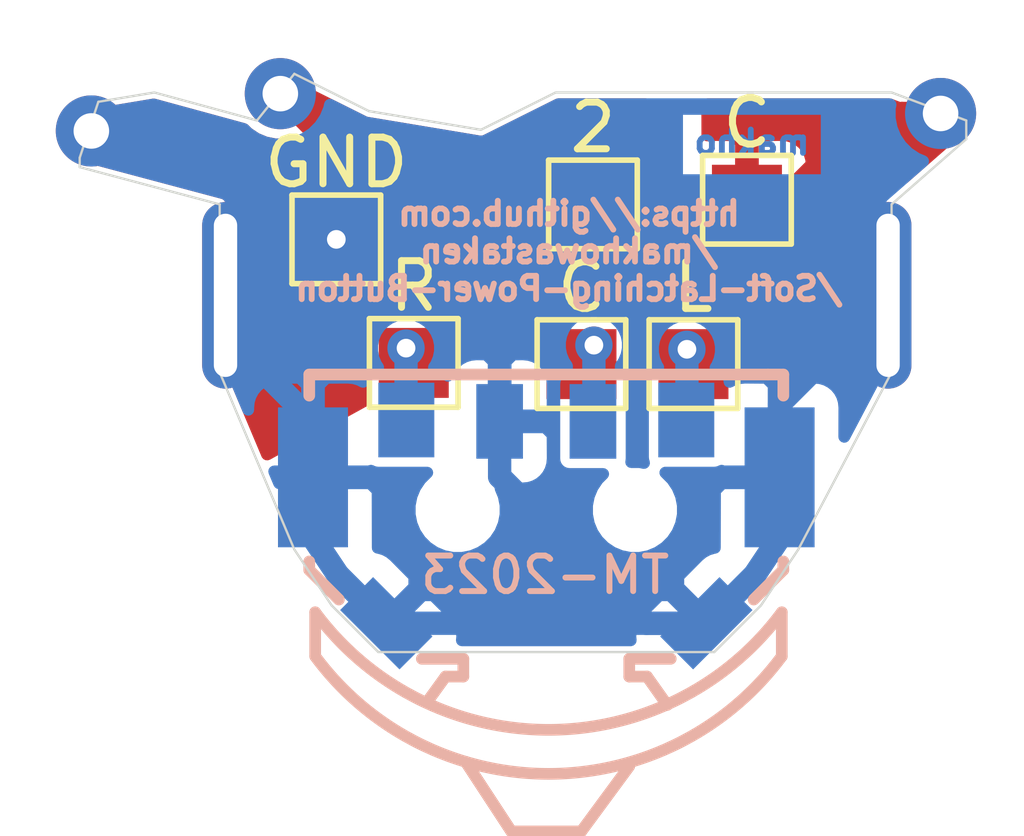
<source format=kicad_pcb>
(kicad_pcb (version 20171130) (host pcbnew "(5.1.10)-1")

  (general
    (thickness 1.6)
    (drawings 25)
    (tracks 64)
    (zones 0)
    (modules 8)
    (nets 4)
  )

  (page A4)
  (layers
    (0 F.Cu signal)
    (31 B.Cu signal)
    (32 B.Adhes user)
    (33 F.Adhes user)
    (34 B.Paste user)
    (35 F.Paste user)
    (36 B.SilkS user)
    (37 F.SilkS user)
    (38 B.Mask user)
    (39 F.Mask user)
    (40 Dwgs.User user)
    (41 Cmts.User user)
    (42 Eco1.User user)
    (43 Eco2.User user)
    (44 Edge.Cuts user)
    (45 Margin user)
    (46 B.CrtYd user hide)
    (47 F.CrtYd user hide)
    (48 B.Fab user hide)
    (49 F.Fab user hide)
  )

  (setup
    (last_trace_width 0.25)
    (user_trace_width 0.25)
    (user_trace_width 0.5)
    (trace_clearance 0.2)
    (zone_clearance 0.1)
    (zone_45_only no)
    (trace_min 0.2)
    (via_size 0.8)
    (via_drill 0.4)
    (via_min_size 0.4)
    (via_min_drill 0.3)
    (uvia_size 0.3)
    (uvia_drill 0.1)
    (uvias_allowed no)
    (uvia_min_size 0.2)
    (uvia_min_drill 0.1)
    (edge_width 0.05)
    (segment_width 0.2)
    (pcb_text_width 0.3)
    (pcb_text_size 1.5 1.5)
    (mod_edge_width 0.12)
    (mod_text_size 1 1)
    (mod_text_width 0.15)
    (pad_size 1.524 1.524)
    (pad_drill 0.762)
    (pad_to_mask_clearance 0.05)
    (aux_axis_origin 0 0)
    (visible_elements 7FFFFFFF)
    (pcbplotparams
      (layerselection 0x010f0_ffffffff)
      (usegerberextensions false)
      (usegerberattributes true)
      (usegerberadvancedattributes true)
      (creategerberjobfile true)
      (excludeedgelayer true)
      (linewidth 0.100000)
      (plotframeref false)
      (viasonmask false)
      (mode 1)
      (useauxorigin false)
      (hpglpennumber 1)
      (hpglpenspeed 20)
      (hpglpendiameter 15.000000)
      (psnegative false)
      (psa4output false)
      (plotreference true)
      (plotvalue true)
      (plotinvisibletext false)
      (padsonsilk false)
      (subtractmaskfromsilk false)
      (outputformat 1)
      (mirror false)
      (drillshape 0)
      (scaleselection 1)
      (outputdirectory "gerbers/"))
  )

  (net 0 "")
  (net 1 GND)
  (net 2 VCC)
  (net 3 VDD)

  (net_class Default "This is the default net class."
    (clearance 0.2)
    (trace_width 0.25)
    (via_dia 0.8)
    (via_drill 0.4)
    (uvia_dia 0.3)
    (uvia_drill 0.1)
    (add_net GND)
    (add_net VCC)
    (add_net VDD)
  )

  (module misc_footprints:SW-SMD_TM-2023_v2 (layer B.Cu) (tedit 6112EDB0) (tstamp 60FBC864)
    (at 109 74.803)
    (attr smd)
    (fp_text reference TM-2023 (at -0.0254 1.143) (layer B.SilkS)
      (effects (font (size 0.762 0.762) (thickness 0.127)) (justify mirror))
    )
    (fp_text value SW-SMD_TM-2023_v2 (at 0 6.45) (layer B.Fab)
      (effects (font (size 1 1) (thickness 0.15)) (justify mirror))
    )
    (fp_line (start -5.08 -3.155) (end 4.75 -3.155) (layer B.SilkS) (width 0.25))
    (fp_line (start -5.08 -3.155) (end -5.08 -2.702) (layer B.SilkS) (width 0.25))
    (fp_line (start -5.08 1.036) (end -4.445 1.671) (layer B.SilkS) (width 0.25))
    (fp_line (start -5.08 0.854) (end -5.08 1.036) (layer B.SilkS) (width 0.25))
    (fp_line (start 5.08 1.036) (end 4.445 1.671) (layer B.SilkS) (width 0.25))
    (fp_line (start 5.08 0.854) (end 5.08 1.036) (layer B.SilkS) (width 0.25))
    (fp_line (start -1.778 2.941) (end -2.667 2.941) (layer B.SilkS) (width 0.25))
    (fp_line (start -1.778 3.322) (end -1.778 2.941) (layer B.SilkS) (width 0.25))
    (fp_line (start -2.159 3.322) (end -1.778 3.322) (layer B.SilkS) (width 0.25))
    (fp_line (start -2.54 3.849) (end -2.159 3.322) (layer B.SilkS) (width 0.25))
    (fp_line (start 1.778 2.941) (end 2.667 2.941) (layer B.SilkS) (width 0.25))
    (fp_line (start 1.778 3.322) (end 1.778 2.941) (layer B.SilkS) (width 0.25))
    (fp_line (start 2.159 3.322) (end 1.778 3.322) (layer B.SilkS) (width 0.25))
    (fp_line (start 2.591 3.932) (end 2.159 3.322) (layer B.SilkS) (width 0.25))
    (fp_line (start 5.08 -3.155) (end 4.75 -3.155) (layer B.SilkS) (width 0.25))
    (fp_line (start 5.08 -2.702) (end 5.08 -3.155) (layer B.SilkS) (width 0.25))
    (fp_line (start -4.953 1.944) (end -4.953 2.872) (layer B.SilkS) (width 0.25))
    (fp_line (start 5.047 1.944) (end 5.047 2.888) (layer B.SilkS) (width 0.25))
    (fp_line (start 0.75 6.643) (end 1.778 5.246) (layer B.SilkS) (width 0.25))
    (fp_line (start -0.75 6.643) (end 0.75 6.643) (layer B.SilkS) (width 0.25))
    (fp_line (start -1.727 5.151) (end -0.75 6.643) (layer B.SilkS) (width 0.25))
    (fp_line (start -0.75 6.643) (end -1.727 5.151) (layer B.SilkS) (width 0.25))
    (fp_text user gge122 (at 0 0) (layer Cmts.User)
      (effects (font (size 1 1) (thickness 0.15)))
    )
    (fp_arc (start 0.047 -0.811) (end -4.953 2.888) (angle -107.009) (layer B.SilkS) (width 0.25))
    (fp_arc (start 0.047 -1.755) (end -4.953 1.944) (angle -107.009) (layer B.SilkS) (width 0.25))
    (pad GND smd rect (at 3.429 2.179 45) (size 1.8 1) (layers B.Cu B.Paste B.Mask)
      (net 1 GND))
    (pad GND smd rect (at -3.429 2.179 315) (size 1.8 1) (layers B.Cu B.Paste B.Mask)
      (net 1 GND))
    (pad 1 smd rect (at 3 -2.179) (size 1.2 1.6) (layers B.Cu B.Paste B.Mask))
    (pad 2 smd rect (at -3 -2.179) (size 1.2 1.6) (layers B.Cu B.Paste B.Mask))
    (pad C smd rect (at 1 -2.15) (size 1 1.6) (layers B.Cu B.Paste B.Mask))
    (pad T smd rect (at -1 -2.15) (size 1 1.6) (layers B.Cu B.Paste B.Mask)
      (net 1 GND))
    (pad GND smd rect (at -5 -0.95) (size 1.5 3) (layers B.Cu B.Paste B.Mask)
      (net 1 GND))
    (pad 6 smd rect (at 5 -0.95) (size 1.5 3) (layers B.Cu B.Paste B.Mask)
      (net 1 GND))
    (pad "" np_thru_hole circle (at 1.9 -0.25) (size 1.4 1.4) (drill 1.4) (layers *.Cu *.Mask))
    (pad "" np_thru_hole circle (at -1.9 -0.25) (size 1.4 1.4) (drill 1.4) (layers *.Cu *.Mask))
  )

  (module TestPoint:TestPoint_Pad_1.5x1.5mm (layer F.Cu) (tedit 5A0F774F) (tstamp 5F686AFC)
    (at 109.7534 71.4248)
    (descr "SMD rectangular pad as test Point, square 1.5mm side length")
    (tags "test point SMD pad rectangle square")
    (attr virtual)
    (fp_text reference C (at 0 -1.648) (layer F.SilkS)
      (effects (font (size 1 1) (thickness 0.15)))
    )
    (fp_text value TestPoint_Pad_1.5x1.5mm (at 0 1.75) (layer F.Fab)
      (effects (font (size 1 1) (thickness 0.15)))
    )
    (fp_line (start 1.25 1.25) (end -1.25 1.25) (layer F.CrtYd) (width 0.05))
    (fp_line (start 1.25 1.25) (end 1.25 -1.25) (layer F.CrtYd) (width 0.05))
    (fp_line (start -1.25 -1.25) (end -1.25 1.25) (layer F.CrtYd) (width 0.05))
    (fp_line (start -1.25 -1.25) (end 1.25 -1.25) (layer F.CrtYd) (width 0.05))
    (fp_line (start -0.95 0.95) (end -0.95 -0.95) (layer F.SilkS) (width 0.12))
    (fp_line (start 0.95 0.95) (end -0.95 0.95) (layer F.SilkS) (width 0.12))
    (fp_line (start 0.95 -0.95) (end 0.95 0.95) (layer F.SilkS) (width 0.12))
    (fp_line (start -0.95 -0.95) (end 0.95 -0.95) (layer F.SilkS) (width 0.12))
    (fp_text user %R (at 0 -1.65) (layer F.Fab)
      (effects (font (size 1 1) (thickness 0.15)))
    )
    (pad 1 smd rect (at 0 0) (size 1.5 1.5) (layers F.Cu F.Mask))
  )

  (module TestPoint:TestPoint_Pad_1.5x1.5mm (layer F.Cu) (tedit 5A0F774F) (tstamp 5F68693D)
    (at 112.1537 71.4248)
    (descr "SMD rectangular pad as test Point, square 1.5mm side length")
    (tags "test point SMD pad rectangle square")
    (attr virtual)
    (fp_text reference L (at 0 -1.648) (layer F.SilkS)
      (effects (font (size 1 1) (thickness 0.15)))
    )
    (fp_text value TestPoint_Pad_1.5x1.5mm (at 0 1.75) (layer F.Fab)
      (effects (font (size 1 1) (thickness 0.15)))
    )
    (fp_line (start 1.25 1.25) (end -1.25 1.25) (layer F.CrtYd) (width 0.05))
    (fp_line (start 1.25 1.25) (end 1.25 -1.25) (layer F.CrtYd) (width 0.05))
    (fp_line (start -1.25 -1.25) (end -1.25 1.25) (layer F.CrtYd) (width 0.05))
    (fp_line (start -1.25 -1.25) (end 1.25 -1.25) (layer F.CrtYd) (width 0.05))
    (fp_line (start -0.95 0.95) (end -0.95 -0.95) (layer F.SilkS) (width 0.12))
    (fp_line (start 0.95 0.95) (end -0.95 0.95) (layer F.SilkS) (width 0.12))
    (fp_line (start 0.95 -0.95) (end 0.95 0.95) (layer F.SilkS) (width 0.12))
    (fp_line (start -0.95 -0.95) (end 0.95 -0.95) (layer F.SilkS) (width 0.12))
    (fp_text user %R (at 0 -1.65) (layer F.Fab)
      (effects (font (size 1 1) (thickness 0.15)))
    )
    (pad 1 smd rect (at 0 0) (size 1.5 1.5) (layers F.Cu F.Mask))
  )

  (module TestPoint:TestPoint_Pad_1.5x1.5mm (layer F.Cu) (tedit 5A0F774F) (tstamp 5F68693D)
    (at 106.1593 71.3994)
    (descr "SMD rectangular pad as test Point, square 1.5mm side length")
    (tags "test point SMD pad rectangle square")
    (attr virtual)
    (fp_text reference R (at 0 -1.648 180) (layer F.SilkS)
      (effects (font (size 1 1) (thickness 0.15)))
    )
    (fp_text value TestPoint_Pad_1.5x1.5mm (at 0 1.75) (layer F.Fab)
      (effects (font (size 1 1) (thickness 0.15)))
    )
    (fp_line (start 1.25 1.25) (end -1.25 1.25) (layer F.CrtYd) (width 0.05))
    (fp_line (start 1.25 1.25) (end 1.25 -1.25) (layer F.CrtYd) (width 0.05))
    (fp_line (start -1.25 -1.25) (end -1.25 1.25) (layer F.CrtYd) (width 0.05))
    (fp_line (start -1.25 -1.25) (end 1.25 -1.25) (layer F.CrtYd) (width 0.05))
    (fp_line (start -0.95 0.95) (end -0.95 -0.95) (layer F.SilkS) (width 0.12))
    (fp_line (start 0.95 0.95) (end -0.95 0.95) (layer F.SilkS) (width 0.12))
    (fp_line (start 0.95 -0.95) (end 0.95 0.95) (layer F.SilkS) (width 0.12))
    (fp_line (start -0.95 -0.95) (end 0.95 -0.95) (layer F.SilkS) (width 0.12))
    (fp_text user %R (at 0 -1.65) (layer F.Fab)
      (effects (font (size 1 1) (thickness 0.15)))
    )
    (pad 1 smd rect (at 0 0) (size 1.5 1.5) (layers F.Cu F.Mask))
  )

  (module TestPoint:TestPoint_Pad_1.5x1.5mm (layer F.Cu) (tedit 6112EC3A) (tstamp 5F6869AD)
    (at 113.3 67.9)
    (descr "SMD rectangular pad as test Point, square 1.5mm side length")
    (tags "test point SMD pad rectangle square")
    (attr virtual)
    (fp_text reference C (at 0 -1.648) (layer F.SilkS)
      (effects (font (size 1 1) (thickness 0.15)))
    )
    (fp_text value TestPoint_Pad_1.5x1.5mm (at 0 1.75) (layer F.Fab)
      (effects (font (size 1 1) (thickness 0.15)))
    )
    (fp_line (start 1.25 1.25) (end -1.25 1.25) (layer F.CrtYd) (width 0.05))
    (fp_line (start 1.25 1.25) (end 1.25 -1.25) (layer F.CrtYd) (width 0.05))
    (fp_line (start -1.25 -1.25) (end -1.25 1.25) (layer F.CrtYd) (width 0.05))
    (fp_line (start -1.25 -1.25) (end 1.25 -1.25) (layer F.CrtYd) (width 0.05))
    (fp_line (start -0.95 0.95) (end -0.95 -0.95) (layer F.SilkS) (width 0.12))
    (fp_line (start 0.95 0.95) (end -0.95 0.95) (layer F.SilkS) (width 0.12))
    (fp_line (start 0.95 -0.95) (end 0.95 0.95) (layer F.SilkS) (width 0.12))
    (fp_line (start -0.95 -0.95) (end 0.95 -0.95) (layer F.SilkS) (width 0.12))
    (fp_text user %R (at 0 -1.65) (layer F.Fab)
      (effects (font (size 1 1) (thickness 0.15)))
    )
    (pad 1 smd rect (at 0 0) (size 1.5 1.5) (layers F.Cu F.Mask)
      (net 2 VCC))
  )

  (module TestPoint:TestPoint_Pad_1.5x1.5mm (layer F.Cu) (tedit 6112EC2C) (tstamp 5F68693D)
    (at 110 68)
    (descr "SMD rectangular pad as test Point, square 1.5mm side length")
    (tags "test point SMD pad rectangle square")
    (attr virtual)
    (fp_text reference 2 (at 0 -1.648) (layer F.SilkS)
      (effects (font (size 1 1) (thickness 0.15)))
    )
    (fp_text value TestPoint_Pad_1.5x1.5mm (at 0 1.75) (layer F.Fab)
      (effects (font (size 1 1) (thickness 0.15)))
    )
    (fp_line (start 1.25 1.25) (end -1.25 1.25) (layer F.CrtYd) (width 0.05))
    (fp_line (start 1.25 1.25) (end 1.25 -1.25) (layer F.CrtYd) (width 0.05))
    (fp_line (start -1.25 -1.25) (end -1.25 1.25) (layer F.CrtYd) (width 0.05))
    (fp_line (start -1.25 -1.25) (end 1.25 -1.25) (layer F.CrtYd) (width 0.05))
    (fp_line (start -0.95 0.95) (end -0.95 -0.95) (layer F.SilkS) (width 0.12))
    (fp_line (start 0.95 0.95) (end -0.95 0.95) (layer F.SilkS) (width 0.12))
    (fp_line (start 0.95 -0.95) (end 0.95 0.95) (layer F.SilkS) (width 0.12))
    (fp_line (start -0.95 -0.95) (end 0.95 -0.95) (layer F.SilkS) (width 0.12))
    (fp_text user %R (at 0 -1.65) (layer F.Fab)
      (effects (font (size 1 1) (thickness 0.15)))
    )
    (pad 1 smd rect (at 0 0) (size 1.5 1.5) (layers F.Cu F.Mask)
      (net 3 VDD))
  )

  (module TestPoint:TestPoint_Pad_1.5x1.5mm (layer F.Cu) (tedit 5A0F774F) (tstamp 5F68692D)
    (at 104.5 68.75)
    (descr "SMD rectangular pad as test Point, square 1.5mm side length")
    (tags "test point SMD pad rectangle square")
    (attr virtual)
    (fp_text reference GND (at 0 -1.648) (layer F.SilkS)
      (effects (font (size 1 1) (thickness 0.15)))
    )
    (fp_text value TestPoint_Pad_1.5x1.5mm (at 0 1.75) (layer F.Fab)
      (effects (font (size 1 1) (thickness 0.15)))
    )
    (fp_line (start 1.25 1.25) (end -1.25 1.25) (layer F.CrtYd) (width 0.05))
    (fp_line (start 1.25 1.25) (end 1.25 -1.25) (layer F.CrtYd) (width 0.05))
    (fp_line (start -1.25 -1.25) (end -1.25 1.25) (layer F.CrtYd) (width 0.05))
    (fp_line (start -1.25 -1.25) (end 1.25 -1.25) (layer F.CrtYd) (width 0.05))
    (fp_line (start -0.95 0.95) (end -0.95 -0.95) (layer F.SilkS) (width 0.12))
    (fp_line (start 0.95 0.95) (end -0.95 0.95) (layer F.SilkS) (width 0.12))
    (fp_line (start 0.95 -0.95) (end 0.95 0.95) (layer F.SilkS) (width 0.12))
    (fp_line (start -0.95 -0.95) (end 0.95 -0.95) (layer F.SilkS) (width 0.12))
    (fp_text user %R (at 0 -1.65) (layer F.Fab)
      (effects (font (size 1 1) (thickness 0.15)))
    )
    (pad 1 smd rect (at 0 0) (size 1.5 1.5) (layers F.Cu F.Mask)
      (net 1 GND))
  )

  (module misc_footprints:AGB_Power_Switch2 (layer F.Cu) (tedit 6112ECED) (tstamp 5F5F1196)
    (at 108.4 70.2)
    (fp_text reference Ref** (at 0 0) (layer F.SilkS) hide
      (effects (font (size 1.27 1.27) (thickness 0.15)))
    )
    (fp_text value Val** (at 0 0) (layer F.SilkS) hide
      (effects (font (size 1.27 1.27) (thickness 0.15)))
    )
    (fp_poly (pts (xy -4.924421 -5.267195) (xy -4.715279 -5.184474) (xy -4.54402 -5.044621) (xy -4.475489 -4.94896)
      (xy -4.440155 -4.890813) (xy -4.401055 -4.843666) (xy -4.346161 -4.801656) (xy -4.263446 -4.758921)
      (xy -4.140883 -4.709597) (xy -3.966446 -4.647821) (xy -3.728106 -4.56773) (xy -3.6195 -4.531678)
      (xy -3.28199 -4.424312) (xy -2.958412 -4.332018) (xy -2.62381 -4.248541) (xy -2.253229 -4.167624)
      (xy -1.854633 -4.089224) (xy -0.851766 -3.899452) (xy 0.581972 -4.572) (xy 4.262778 -4.572)
      (xy 4.912315 -4.571878) (xy 5.482642 -4.571446) (xy 5.979217 -4.570607) (xy 6.407497 -4.569265)
      (xy 6.772938 -4.567321) (xy 7.080997 -4.564679) (xy 7.337132 -4.561241) (xy 7.546799 -4.55691)
      (xy 7.715456 -4.55159) (xy 7.848559 -4.545182) (xy 7.951566 -4.537589) (xy 8.029933 -4.528714)
      (xy 8.089117 -4.518461) (xy 8.134576 -4.506731) (xy 8.146674 -4.502801) (xy 8.349764 -4.433601)
      (xy 8.376398 -4.467634) (xy 8.513395 -4.467634) (xy 8.535672 -4.419408) (xy 8.608539 -4.369237)
      (xy 8.740569 -4.309955) (xy 8.940334 -4.234393) (xy 9.059334 -4.191478) (xy 9.265642 -4.11808)
      (xy 9.443382 -4.055805) (xy 9.577424 -4.009882) (xy 9.652637 -3.985538) (xy 9.662584 -3.98304)
      (xy 9.683436 -4.01769) (xy 9.694008 -4.107824) (xy 9.694334 -4.129187) (xy 9.65829 -4.341852)
      (xy 9.560288 -4.519659) (xy 9.415524 -4.65633) (xy 9.23919 -4.745588) (xy 9.046482 -4.781156)
      (xy 8.852594 -4.756758) (xy 8.672721 -4.666116) (xy 8.586318 -4.586918) (xy 8.533134 -4.521081)
      (xy 8.513395 -4.467634) (xy 8.376398 -4.467634) (xy 8.457765 -4.571601) (xy 8.605268 -4.707118)
      (xy 8.795867 -4.810733) (xy 8.992887 -4.864005) (xy 9.045994 -4.867404) (xy 9.274948 -4.829638)
      (xy 9.475666 -4.721949) (xy 9.635208 -4.557687) (xy 9.740633 -4.3502) (xy 9.778998 -4.112841)
      (xy 9.779 -4.111221) (xy 9.784905 -4.005702) (xy 9.817479 -3.946294) (xy 9.899008 -3.90487)
      (xy 9.958917 -3.884166) (xy 10.073296 -3.838438) (xy 10.133187 -3.780639) (xy 10.166107 -3.679253)
      (xy 10.174534 -3.637221) (xy 10.179686 -3.569467) (xy 10.185013 -3.422982) (xy 10.19044 -3.203703)
      (xy 10.195895 -2.917564) (xy 10.201301 -2.570502) (xy 10.206587 -2.168452) (xy 10.211677 -1.717351)
      (xy 10.216498 -1.223133) (xy 10.220976 -0.691735) (xy 10.225037 -0.129092) (xy 10.228607 0.458859)
      (xy 10.230735 0.873964) (xy 10.251235 5.198096) (xy 9.708201 5.229744) (xy 9.505551 5.237417)
      (xy 9.231695 5.241612) (xy 8.900015 5.242525) (xy 8.523891 5.240347) (xy 8.116705 5.235274)
      (xy 7.691839 5.227499) (xy 7.262673 5.217215) (xy 6.842588 5.204616) (xy 6.444967 5.189896)
      (xy 6.197682 5.178938) (xy 5.643198 5.152432) (xy 5.615729 4.428299) (xy 5.606184 4.127954)
      (xy 5.597986 3.777479) (xy 5.591771 3.411407) (xy 5.588177 3.06427) (xy 5.587552 2.899833)
      (xy 5.58602 2.641308) (xy 5.582188 2.406945) (xy 5.576496 2.211878) (xy 5.569385 2.071242)
      (xy 5.561318 2.00025) (xy 5.535792 1.905) (xy -4.30736 1.905) (xy -4.325335 3.533377)
      (xy -4.329883 3.89636) (xy -4.335134 4.232307) (xy -4.340865 4.531916) (xy -4.34685 4.785886)
      (xy -4.352866 4.984915) (xy -4.35869 5.119702) (xy -4.364096 5.180946) (xy -4.365085 5.183529)
      (xy -4.410261 5.188045) (xy -4.532471 5.19325) (xy -4.724087 5.198987) (xy -4.97748 5.205095)
      (xy -5.285021 5.211414) (xy -5.639083 5.217785) (xy -6.032036 5.224047) (xy -6.456253 5.23004)
      (xy -6.780454 5.234144) (xy -9.174048 5.262985) (xy -9.200425 4.970409) (xy -9.218619 4.748956)
      (xy -9.236368 4.491299) (xy -9.253878 4.192409) (xy -9.271351 3.847256) (xy -9.288992 3.450809)
      (xy -9.307005 2.998039) (xy -9.325595 2.483914) (xy -9.344964 1.903406) (xy -9.365317 1.251483)
      (xy -9.386858 0.523116) (xy -9.401175 0.021167) (xy -9.48651 -3.00775) (xy -9.355404 -3.00775)
      (xy -9.353609 -2.885002) (xy -9.349072 -2.688311) (xy -9.342062 -2.425679) (xy -9.332851 -2.105111)
      (xy -9.32171 -1.734608) (xy -9.308911 -1.322175) (xy -9.294723 -0.875814) (xy -9.279419 -0.403529)
      (xy -9.26327 0.086677) (xy -9.246546 0.586801) (xy -9.229518 1.088839) (xy -9.212459 1.584789)
      (xy -9.195638 2.066648) (xy -9.179327 2.526411) (xy -9.163797 2.956077) (xy -9.149319 3.347641)
      (xy -9.136164 3.6931) (xy -9.124603 3.984452) (xy -9.114907 4.213693) (xy -9.107348 4.37282)
      (xy -9.102964 4.445) (xy -9.086859 4.654611) (xy -9.07348 4.838768) (xy -9.064181 4.978111)
      (xy -9.060318 5.053283) (xy -9.060294 5.054827) (xy -9.057879 5.072473) (xy -9.046628 5.08721)
      (xy -9.019847 5.099187) (xy -8.970841 5.108555) (xy -8.892917 5.115463) (xy -8.779381 5.12006)
      (xy -8.623537 5.122495) (xy -8.418693 5.122919) (xy -8.158154 5.121481) (xy -7.835226 5.11833)
      (xy -7.443215 5.113616) (xy -6.975426 5.107489) (xy -6.805083 5.105206) (xy -6.375796 5.09884)
      (xy -5.972038 5.091694) (xy -5.60173 5.083988) (xy -5.272794 5.075942) (xy -4.993152 5.067776)
      (xy -4.770726 5.05971) (xy -4.613436 5.051964) (xy -4.529205 5.044758) (xy -4.517141 5.041654)
      (xy -4.508947 4.993228) (xy -4.500119 4.869569) (xy -4.491 4.680106) (xy -4.48193 4.434267)
      (xy -4.47325 4.141479) (xy -4.465303 3.811172) (xy -4.45843 3.452773) (xy -4.457448 3.393191)
      (xy -4.431448 1.778) (xy 5.701435 1.778) (xy 5.730795 3.395132) (xy 5.737861 3.756733)
      (xy 5.745364 4.091207) (xy 5.75302 4.389234) (xy 5.760547 4.64149) (xy 5.767664 4.838656)
      (xy 5.774087 4.971408) (xy 5.779536 5.030426) (xy 5.780353 5.032463) (xy 5.825365 5.036749)
      (xy 5.947012 5.041471) (xy 6.137264 5.046486) (xy 6.388092 5.051648) (xy 6.691466 5.05681)
      (xy 7.039357 5.061828) (xy 7.423735 5.066556) (xy 7.83657 5.070849) (xy 7.962513 5.07201)
      (xy 10.124476 5.091358) (xy 10.101713 0.905262) (xy 10.098231 0.312211) (xy 10.09437 -0.260204)
      (xy 10.0902 -0.805877) (xy 10.085788 -1.318703) (xy 10.081204 -1.792575) (xy 10.076517 -2.221386)
      (xy 10.071796 -2.599032) (xy 10.067109 -2.919404) (xy 10.062525 -3.176399) (xy 10.058114 -3.363909)
      (xy 10.053944 -3.475827) (xy 10.052023 -3.501105) (xy 10.031561 -3.632162) (xy 9.999844 -3.705365)
      (xy 9.939457 -3.747303) (xy 9.875366 -3.770791) (xy 9.774673 -3.79767) (xy 9.710125 -3.78339)
      (xy 9.644024 -3.715607) (xy 9.622044 -3.687841) (xy 9.447082 -3.528033) (xy 9.235551 -3.435608)
      (xy 9.004872 -3.412727) (xy 8.772468 -3.461553) (xy 8.588691 -3.559543) (xy 8.46139 -3.69603)
      (xy 8.370817 -3.885176) (xy 8.330101 -4.098331) (xy 8.329162 -4.125859) (xy 8.328355 -4.142559)
      (xy 8.386746 -4.142559) (xy 8.409688 -4.014134) (xy 8.460801 -3.870552) (xy 8.509998 -3.775789)
      (xy 8.613658 -3.659463) (xy 8.755975 -3.563306) (xy 8.774458 -3.554469) (xy 8.915455 -3.496688)
      (xy 9.023138 -3.476373) (xy 9.138213 -3.489883) (xy 9.231073 -3.513635) (xy 9.33436 -3.559241)
      (xy 9.44158 -3.631825) (xy 9.533527 -3.71414) (xy 9.590994 -3.78894) (xy 9.594775 -3.838978)
      (xy 9.594134 -3.839644) (xy 9.535974 -3.872285) (xy 9.418908 -3.920567) (xy 9.260188 -3.978903)
      (xy 9.077068 -4.041702) (xy 8.886799 -4.103377) (xy 8.706636 -4.158337) (xy 8.553829 -4.200994)
      (xy 8.445633 -4.225759) (xy 8.3993 -4.227042) (xy 8.399115 -4.226778) (xy 8.386746 -4.142559)
      (xy 8.328355 -4.142559) (xy 8.324084 -4.230855) (xy 8.299397 -4.292143) (xy 8.234818 -4.332552)
      (xy 8.110065 -4.374914) (xy 8.107076 -4.375856) (xy 8.061354 -4.388155) (xy 8.003604 -4.398924)
      (xy 7.928296 -4.408262) (xy 7.829902 -4.416268) (xy 7.702892 -4.423042) (xy 7.541737 -4.428684)
      (xy 7.340907 -4.433293) (xy 7.094873 -4.436969) (xy 6.798107 -4.439811) (xy 6.445078 -4.441918)
      (xy 6.030258 -4.443391) (xy 5.548117 -4.444329) (xy 4.993126 -4.444832) (xy 4.359756 -4.444998)
      (xy 4.266537 -4.445) (xy 0.645349 -4.445) (xy -0.090075 -4.101387) (xy -0.8255 -3.757774)
      (xy -1.872515 -3.956034) (xy -2.30441 -4.041007) (xy -2.672913 -4.121153) (xy -2.998712 -4.20158)
      (xy -3.302496 -4.287398) (xy -3.604955 -4.383717) (xy -3.606739 -4.384314) (xy -3.834403 -4.459897)
      (xy -4.034149 -4.525037) (xy -4.192162 -4.575325) (xy -4.294625 -4.606348) (xy -4.327141 -4.614333)
      (xy -4.35199 -4.578015) (xy -4.360333 -4.50714) (xy -4.400216 -4.304647) (xy -4.510086 -4.118005)
      (xy -4.675275 -3.964481) (xy -4.881115 -3.861344) (xy -4.918276 -3.850284) (xy -5.087803 -3.823989)
      (xy -5.253026 -3.846516) (xy -5.445845 -3.921752) (xy -5.521798 -3.948101) (xy -5.667903 -3.99023)
      (xy -5.785168 -4.021672) (xy -5.470734 -4.021672) (xy -5.328283 -3.959827) (xy -5.142639 -3.903556)
      (xy -4.972719 -3.913085) (xy -4.85639 -3.952953) (xy -4.736602 -4.023634) (xy -4.615706 -4.123268)
      (xy -4.595827 -4.143456) (xy -4.510031 -4.257283) (xy -4.47396 -4.381485) (xy -4.468827 -4.470289)
      (xy -4.466166 -4.664906) (xy -4.94775 -4.815214) (xy -5.133567 -4.534857) (xy -5.233552 -4.383718)
      (xy -5.325006 -4.244984) (xy -5.389871 -4.146057) (xy -5.395059 -4.138086) (xy -5.470734 -4.021672)
      (xy -5.785168 -4.021672) (xy -5.871807 -4.044902) (xy -6.121157 -4.108882) (xy -6.403603 -4.178935)
      (xy -6.697612 -4.249652) (xy -7.816368 -4.514661) (xy -8.257934 -4.460254) (xy -8.441097 -4.437708)
      (xy -8.590171 -4.419402) (xy -8.687013 -4.407559) (xy -8.714469 -4.404257) (xy -8.698395 -4.375058)
      (xy -8.640678 -4.302609) (xy -8.598664 -4.253724) (xy -8.49155 -4.108249) (xy -8.437336 -3.961806)
      (xy -8.426838 -3.782545) (xy -8.433949 -3.682489) (xy -8.494402 -3.461523) (xy -8.620321 -3.276156)
      (xy -8.796157 -3.139024) (xy -9.006361 -3.06276) (xy -9.205254 -3.055773) (xy -9.309724 -3.058875)
      (xy -9.351842 -3.031109) (xy -9.355404 -3.00775) (xy -9.48651 -3.00775) (xy -9.489434 -3.1115)
      (xy -9.573232 -3.185583) (xy -9.312223 -3.185583) (xy -9.27695 -3.147386) (xy -9.18521 -3.133443)
      (xy -9.061316 -3.142641) (xy -8.929577 -3.173866) (xy -8.84851 -3.206816) (xy -8.669058 -3.340615)
      (xy -8.555123 -3.526307) (xy -8.509717 -3.758675) (xy -8.509 -3.794972) (xy -8.516208 -3.939251)
      (xy -8.548487 -4.04227) (xy -8.621815 -4.145134) (xy -8.663521 -4.19246) (xy -8.818043 -4.363497)
      (xy -9.064578 -3.800998) (xy -9.152525 -3.59701) (xy -9.226777 -3.418453) (xy -9.281171 -3.280641)
      (xy -9.309543 -3.19889) (xy -9.312223 -3.185583) (xy -9.573232 -3.185583) (xy -9.609146 -3.217333)
      (xy -9.763097 -3.403522) (xy -9.847136 -3.616035) (xy -9.855156 -3.727622) (xy -9.777832 -3.727622)
      (xy -9.737944 -3.531385) (xy -9.645173 -3.364402) (xy -9.560106 -3.284769) (xy -9.523403 -3.262311)
      (xy -9.491758 -3.260004) (xy -9.458263 -3.288174) (xy -9.41601 -3.357145) (xy -9.358088 -3.477243)
      (xy -9.277591 -3.658792) (xy -9.217873 -3.79623) (xy -9.118619 -4.029774) (xy -9.052807 -4.19742)
      (xy -9.017156 -4.309558) (xy -9.008387 -4.37658) (xy -9.023219 -4.408876) (xy -9.024259 -4.409594)
      (xy -9.117605 -4.430786) (xy -9.250951 -4.416361) (xy -9.390773 -4.37269) (xy -9.482666 -4.322491)
      (xy -9.578633 -4.235054) (xy -9.673626 -4.121235) (xy -9.68375 -4.106764) (xy -9.761034 -3.92784)
      (xy -9.777832 -3.727622) (xy -9.855156 -3.727622) (xy -9.863122 -3.838454) (xy -9.812911 -4.054361)
      (xy -9.698361 -4.247335) (xy -9.52133 -4.40096) (xy -9.472074 -4.428948) (xy -9.366466 -4.464342)
      (xy -9.214289 -4.492978) (xy -9.091074 -4.505502) (xy -8.939284 -4.517788) (xy -8.733137 -4.538675)
      (xy -8.502124 -4.565016) (xy -8.3185 -4.587994) (xy -7.8105 -4.6545) (xy -6.773333 -4.407659)
      (xy -6.48998 -4.340785) (xy -6.23503 -4.281692) (xy -6.019657 -4.232881) (xy -5.855035 -4.196855)
      (xy -5.752338 -4.176115) (xy -5.722153 -4.172283) (xy -5.728382 -4.213245) (xy -5.753903 -4.269258)
      (xy -5.790314 -4.399305) (xy -5.794722 -4.512994) (xy -5.718878 -4.512994) (xy -5.692 -4.340094)
      (xy -5.651086 -4.247928) (xy -5.618845 -4.199437) (xy -5.591176 -4.174307) (xy -5.558814 -4.180817)
      (xy -5.512493 -4.22725) (xy -5.442948 -4.321885) (xy -5.340912 -4.473002) (xy -5.255337 -4.601593)
      (xy -4.99605 -4.99102) (xy -4.756231 -4.90851) (xy -4.626537 -4.864709) (xy -4.533389 -4.834789)
      (xy -4.500897 -4.826) (xy -4.510099 -4.856472) (xy -4.553672 -4.930209) (xy -4.556324 -4.934272)
      (xy -4.697962 -5.080369) (xy -4.878661 -5.166113) (xy -5.079427 -5.192782) (xy -5.281269 -5.161655)
      (xy -5.465195 -5.074011) (xy -5.612213 -4.931126) (xy -5.655666 -4.860276) (xy -5.706859 -4.698749)
      (xy -5.718878 -4.512994) (xy -5.794722 -4.512994) (xy -5.797019 -4.572206) (xy -5.775408 -4.752066)
      (xy -5.72955 -4.897463) (xy -5.612801 -5.055525) (xy -5.438818 -5.183907) (xy -5.234148 -5.265135)
      (xy -5.147172 -5.280792) (xy -4.924421 -5.267195)) (layer Dwgs.User) (width 0.01))
    (fp_poly (pts (xy -6.265333 1.735667) (xy -7.704666 1.735667) (xy -7.704666 -2.159) (xy -7.62 -2.159)
      (xy -7.62 1.651) (xy -6.35 1.651) (xy -6.35 -2.159) (xy -7.62 -2.159)
      (xy -7.704666 -2.159) (xy -7.704666 -2.243667) (xy -6.265333 -2.243667) (xy -6.265333 1.735667)) (layer Dwgs.User) (width 0.01))
    (fp_poly (pts (xy 9.355667 1.735667) (xy 7.916334 1.735667) (xy 7.916334 -2.159) (xy 8.001 -2.159)
      (xy 8.001 1.651) (xy 9.271 1.651) (xy 9.271 -2.159) (xy 8.001 -2.159)
      (xy 7.916334 -2.159) (xy 7.916334 -2.243667) (xy 9.355667 -2.243667) (xy 9.355667 1.735667)) (layer Dwgs.User) (width 0.01))
    (fp_poly (pts (xy -2.667 -1.778) (xy -3.937 -1.778) (xy -3.937 -3.386667) (xy -3.894666 -3.386667)
      (xy -3.894666 -1.862667) (xy -2.751666 -1.862667) (xy -2.751666 -3.386667) (xy -3.894666 -3.386667)
      (xy -3.937 -3.386667) (xy -3.937 -3.471333) (xy -2.667 -3.471333) (xy -2.667 -1.778)) (layer Dwgs.User) (width 0.01))
    (fp_poly (pts (xy -0.127 -1.778) (xy -1.397 -1.778) (xy -1.397 -3.386667) (xy -1.354666 -3.386667)
      (xy -1.354666 -1.862667) (xy -0.169333 -1.862667) (xy -0.169333 -3.386667) (xy -1.354666 -3.386667)
      (xy -1.397 -3.386667) (xy -1.397 -3.471333) (xy -0.127 -3.471333) (xy -0.127 -1.778)) (layer Dwgs.User) (width 0.01))
    (fp_poly (pts (xy 3.048 -1.778) (xy 1.735667 -1.778) (xy 1.735667 -3.386667) (xy 1.820334 -3.386667)
      (xy 1.820334 -1.862667) (xy 2.963334 -1.862667) (xy 2.963334 -3.386667) (xy 1.820334 -3.386667)
      (xy 1.735667 -3.386667) (xy 1.735667 -3.471333) (xy 3.048 -3.471333) (xy 3.048 -1.778)) (layer Dwgs.User) (width 0.01))
    (fp_poly (pts (xy 5.630334 -1.778) (xy 4.318 -1.778) (xy 4.318 -3.386667) (xy 4.402667 -3.386667)
      (xy 4.402667 -1.862667) (xy 5.545667 -1.862667) (xy 5.545667 -3.386667) (xy 4.402667 -3.386667)
      (xy 4.318 -3.386667) (xy 4.318 -3.471333) (xy 5.630334 -3.471333) (xy 5.630334 -1.778)) (layer Dwgs.User) (width 0.01))
    (fp_line (start -8.5 -3.475) (end -6.6 -2.95) (layer Dwgs.User) (width 0.12))
    (fp_line (start -6.6 -2.95) (end -6.325 -2.225) (layer Dwgs.User) (width 0.12))
    (fp_line (start -4.575 -4.075) (end -3.925 -3.45) (layer Dwgs.User) (width 0.12))
    (fp_line (start 8.35 -3.925) (end 2.7 -3.95) (layer Dwgs.User) (width 0.12))
    (fp_line (start 2.7 -3.95) (end 2.525 -3.45) (layer Dwgs.User) (width 0.12))
    (fp_line (start 1.75 -2.6) (end -0.1 -2.6) (layer Dwgs.User) (width 0.12))
    (pad 3 thru_hole oval (at -6.275 -0.25) (size 1 4) (drill oval 0.5 3.5) (layers *.Cu *.Mask)
      (net 1 GND) (zone_connect 2))
    (pad 3 thru_hole oval (at 7.925 -0.25) (size 1 4) (drill oval 0.5 3.5) (layers *.Cu *.Mask)
      (net 1 GND) (zone_connect 2))
    (pad 3 thru_hole circle (at -9.15 -3.775) (size 1.524 1.524) (drill 0.762) (layers *.Cu *.Mask)
      (net 1 GND) (zone_connect 2))
    (pad 2 thru_hole circle (at -5.1 -4.575) (size 1.524 1.524) (drill 0.762) (layers *.Cu *.Mask)
      (net 3 VDD) (zone_connect 2))
    (pad 1 thru_hole circle (at 9.05 -4.15) (size 1.524 1.524) (drill 0.762) (layers *.Cu *.Mask)
      (net 2 VCC) (zone_connect 2))
  )

  (gr_text "https://github.com\n/makhowastaken\n/Soft-Latching-Power-Button" (at 109.48416 69.00164) (layer B.SilkS)
    (effects (font (size 0.5 0.5) (thickness 0.125)) (justify mirror))
  )
  (gr_text makho (at 113.40592 66.66992) (layer B.Cu)
    (effects (font (size 0.5 0.5) (thickness 0.125)) (justify mirror))
  )
  (gr_line (start 118 66.2) (end 118 66.6) (layer Edge.Cuts) (width 0.05) (tstamp 5F680CE1))
  (gr_line (start 116.4 68) (end 118 66.6) (layer Edge.Cuts) (width 0.05))
  (gr_line (start 116.4 68.2) (end 116.4 68) (layer Edge.Cuts) (width 0.05))
  (gr_line (start 116.4 71.6) (end 116.4 68.2) (layer Edge.Cuts) (width 0.05) (tstamp 60FC7D71))
  (gr_line (start 114.4 75.4) (end 116.4 71.6) (layer Edge.Cuts) (width 0.05))
  (gr_line (start 99 67.2) (end 99 67) (layer Edge.Cuts) (width 0.05) (tstamp 5F680CAD))
  (gr_line (start 102 68) (end 99 67.2) (layer Edge.Cuts) (width 0.05))
  (gr_line (start 102 71.6) (end 102 68) (layer Edge.Cuts) (width 0.05))
  (gr_line (start 103.6 75.4) (end 102 71.6) (layer Edge.Cuts) (width 0.05))
  (gr_line (start 116.4 65.6) (end 118 66.2) (layer Edge.Cuts) (width 0.05))
  (gr_line (start 109.2 65.6) (end 116.4 65.6) (layer Edge.Cuts) (width 0.05))
  (gr_line (start 107.6 66.4) (end 109.2 65.6) (layer Edge.Cuts) (width 0.05))
  (gr_line (start 105.2 66) (end 107.6 66.4) (layer Edge.Cuts) (width 0.05))
  (gr_line (start 103.6 65.2) (end 105.2 66) (layer Edge.Cuts) (width 0.05))
  (gr_line (start 102.8 66.2) (end 103.6 65.2) (layer Edge.Cuts) (width 0.05))
  (gr_line (start 100.6 65.6) (end 102.8 66.2) (layer Edge.Cuts) (width 0.05))
  (gr_line (start 99.4 65.8) (end 100.6 65.6) (layer Edge.Cuts) (width 0.05))
  (gr_line (start 99 67) (end 99.4 65.8) (layer Edge.Cuts) (width 0.05))
  (gr_line (start 104.4 76.6) (end 103.6 75.4) (layer Edge.Cuts) (width 0.05))
  (gr_line (start 105.4 77.6) (end 104.4 76.6) (layer Edge.Cuts) (width 0.05))
  (gr_line (start 112.6 77.6) (end 105.4 77.6) (layer Edge.Cuts) (width 0.05))
  (gr_line (start 113.6 76.6) (end 112.6 77.6) (layer Edge.Cuts) (width 0.05))
  (gr_line (start 114.4 75.4) (end 113.6 76.6) (layer Edge.Cuts) (width 0.05))

  (segment (start 113.7 72.575) (end 116.04999 70.22501) (width 0.25) (layer B.Cu) (net 1))
  (segment (start 104.5 68.75) (end 104.5 68.75) (width 0.25) (layer F.Cu) (net 1))
  (segment (start 103.0375 69.0375) (end 102.35001 69.72499) (width 0.25) (layer F.Cu) (net 1))
  (segment (start 101.425 66.425) (end 99.560609 66.425) (width 0.25) (layer F.Cu) (net 1))
  (segment (start 104.25 66.75) (end 103.449017 65.949017) (width 0.25) (layer F.Cu) (net 3))
  (segment (start 115.95 66.05) (end 116.603173 66.05) (width 0.25) (layer F.Cu) (net 2))
  (segment (start 114.1 67.9) (end 115.95 66.05) (width 0.25) (layer F.Cu) (net 2))
  (segment (start 117.45 66.05) (end 115.95 66.05) (width 0.25) (layer F.Cu) (net 2))
  (via (at 104.5 68.75) (size 0.8) (drill 0.4) (layers F.Cu B.Cu) (net 1))
  (segment (start 115.125 68.75) (end 116.04999 69.67499) (width 0.25) (layer B.Cu) (net 1))
  (segment (start 103.325 68.75) (end 102.35001 69.72499) (width 0.25) (layer B.Cu) (net 1))
  (segment (start 104 72.65) (end 104 74.208) (width 0.5) (layer B.Cu) (net 1))
  (segment (start 114 72.65) (end 114 74.208) (width 0.5) (layer B.Cu) (net 1))
  (segment (start 116.596755 66.07501) (end 115.92499 66.07501) (width 0.5) (layer F.Cu) (net 2))
  (segment (start 115.92499 66.07501) (end 114.1 67.9) (width 0.5) (layer F.Cu) (net 2))
  (segment (start 116.621765 66.05) (end 116.596755 66.07501) (width 0.5) (layer F.Cu) (net 2))
  (segment (start 117.45 66.05) (end 116.621765 66.05) (width 0.5) (layer F.Cu) (net 2))
  (segment (start 114.1 67.9) (end 113.3 67.9) (width 0.5) (layer F.Cu) (net 2))
  (segment (start 110 68) (end 107.25 68) (width 0.5) (layer F.Cu) (net 3))
  (segment (start 106 66.75) (end 104.25 66.75) (width 0.25) (layer F.Cu) (net 3))
  (segment (start 103.3 65.625) (end 104.25 66.575) (width 0.5) (layer F.Cu) (net 3))
  (segment (start 105.837874 66.587874) (end 106.112 66.862) (width 0.5) (layer F.Cu) (net 3))
  (segment (start 105.760633 66.575) (end 105.837874 66.587874) (width 0.5) (layer F.Cu) (net 3))
  (segment (start 104.25 66.575) (end 105.760633 66.575) (width 0.5) (layer F.Cu) (net 3))
  (segment (start 106.112 66.862) (end 106 66.75) (width 0.25) (layer F.Cu) (net 3))
  (segment (start 106.112 66.862) (end 107.25 68) (width 0.5) (layer F.Cu) (net 3))
  (segment (start 99.25 66.425) (end 101.425 66.425) (width 0.5) (layer F.Cu) (net 1))
  (segment (start 101.425 66.425) (end 103.0375 68.0375) (width 0.5) (layer F.Cu) (net 1))
  (segment (start 103.0375 68.0375) (end 103.0375 69.0375) (width 0.5) (layer F.Cu) (net 1))
  (segment (start 103.325 68.75) (end 103.0375 69.0375) (width 0.5) (layer F.Cu) (net 1))
  (segment (start 104.5 68.75) (end 103.325 68.75) (width 0.5) (layer F.Cu) (net 1))
  (segment (start 102.125 69.95) (end 103.325 68.75) (width 0.5) (layer F.Cu) (net 1))
  (segment (start 102.125 70.775) (end 104 72.65) (width 0.5) (layer B.Cu) (net 1))
  (segment (start 102.125 69.95) (end 102.125 70.775) (width 0.5) (layer B.Cu) (net 1))
  (segment (start 102.125 69.95) (end 103.325 68.75) (width 0.5) (layer B.Cu) (net 1))
  (segment (start 103.325 68.75) (end 104.5 68.75) (width 0.5) (layer B.Cu) (net 1))
  (segment (start 104.5 68.75) (end 115.125 68.75) (width 0.5) (layer B.Cu) (net 1))
  (segment (start 116.325 69.95) (end 115.125 68.75) (width 0.5) (layer B.Cu) (net 1))
  (segment (start 114 72.275) (end 116.325 69.95) (width 0.5) (layer B.Cu) (net 1))
  (segment (start 114 72.65) (end 114 72.275) (width 0.5) (layer B.Cu) (net 1))
  (segment (start 105.7959 68.75) (end 104.5 68.75) (width 0.5) (layer B.Cu) (net 1))
  (segment (start 108 70.9541) (end 105.7959 68.75) (width 0.5) (layer B.Cu) (net 1))
  (via (at 112.014 71.1073) (size 0.8) (drill 0.4) (layers F.Cu B.Cu) (net 0))
  (via (at 110.0201 71.0184) (size 0.8) (drill 0.4) (layers F.Cu B.Cu) (net 0))
  (via (at 105.9942 71.0819) (size 0.8) (drill 0.4) (layers F.Cu B.Cu) (net 0))
  (segment (start 108 70.9541) (end 108 72.653) (width 0.5) (layer B.Cu) (net 1))
  (segment (start 112.014 72.61) (end 112 72.624) (width 0.5) (layer B.Cu) (net 0))
  (segment (start 112.014 71.1073) (end 112.014 72.61) (width 0.5) (layer B.Cu) (net 0))
  (segment (start 110.0201 72.6329) (end 110 72.653) (width 0.5) (layer B.Cu) (net 0))
  (segment (start 110.0201 71.0184) (end 110.0201 72.6329) (width 0.5) (layer B.Cu) (net 0))
  (segment (start 105.9942 72.6182) (end 106 72.624) (width 0.5) (layer B.Cu) (net 0))
  (segment (start 105.9942 71.0819) (end 105.9942 72.6182) (width 0.5) (layer B.Cu) (net 0))
  (segment (start 104.020269 75.174068) (end 104.53467 75.945669) (width 0.5) (layer B.Cu) (net 1))
  (segment (start 104 75.125928) (end 104.020269 75.174068) (width 0.5) (layer B.Cu) (net 1))
  (segment (start 104.53467 75.945669) (end 105.571 76.982) (width 0.5) (layer B.Cu) (net 1))
  (segment (start 104 73.853) (end 104 75.125928) (width 0.5) (layer B.Cu) (net 1))
  (segment (start 113.465326 75.945675) (end 112.429 76.982) (width 0.5) (layer B.Cu) (net 1))
  (segment (start 113.991122 75.156981) (end 113.465326 75.945675) (width 0.5) (layer B.Cu) (net 1))
  (segment (start 114 75.140113) (end 113.991122 75.156981) (width 0.5) (layer B.Cu) (net 1))
  (segment (start 114 73.853) (end 114 75.140113) (width 0.5) (layer B.Cu) (net 1))
  (segment (start 112.429 76.982) (end 105.571 76.982) (width 0.5) (layer B.Cu) (net 1))
  (segment (start 112.429 76.982) (end 111.145 76.982) (width 0.5) (layer B.Cu) (net 1))
  (segment (start 108 73.837) (end 108 72.653) (width 0.5) (layer B.Cu) (net 1))
  (segment (start 111.145 76.982) (end 108 73.837) (width 0.5) (layer B.Cu) (net 1))

  (zone (net 1) (net_name GND) (layer B.Cu) (tstamp 61135734) (hatch edge 0.508)
    (connect_pads (clearance 0.1))
    (min_thickness 0.254)
    (fill yes (arc_segments 32) (thermal_gap 0.508) (thermal_bridge_width 0.508))
    (polygon
      (pts
        (xy 118.9355 65.024) (xy 117.4623 73.1012) (xy 114.7826 76.8604) (xy 111.3663 79.375) (xy 105.3592 78.9432)
        (xy 102.0699 75.6539) (xy 100.0633 68.3641) (xy 97.7773 67.437) (xy 97.7773 65.2907) (xy 103.5431 64.2493)
      )
    )
    (filled_polygon
      (pts
        (xy 116.377332 65.860635) (xy 116.361 65.942743) (xy 116.361 66.157257) (xy 116.40285 66.36765) (xy 116.484941 66.565835)
        (xy 116.604119 66.744197) (xy 116.755803 66.895881) (xy 116.934165 67.015059) (xy 117.075877 67.073758) (xy 116.237048 67.807734)
        (xy 116.220948 67.820947) (xy 116.210521 67.833653) (xy 116.199281 67.845627) (xy 116.194816 67.852789) (xy 116.189457 67.859319)
        (xy 116.181713 67.873807) (xy 116.17302 67.887751) (xy 116.170036 67.895653) (xy 116.166057 67.903097) (xy 116.16129 67.918811)
        (xy 116.155483 67.934189) (xy 116.154097 67.942525) (xy 116.151648 67.950599) (xy 116.150038 67.966942) (xy 116.147342 67.983157)
        (xy 116.148 68.003963) (xy 116.148 68.212375) (xy 116.148001 68.212385) (xy 116.148 71.537733) (xy 115.386474 72.984633)
        (xy 115.388072 72.353) (xy 115.375812 72.228518) (xy 115.339502 72.10882) (xy 115.280537 71.998506) (xy 115.201185 71.901815)
        (xy 115.104494 71.822463) (xy 114.99418 71.763498) (xy 114.874482 71.727188) (xy 114.75 71.714928) (xy 114.28575 71.718)
        (xy 114.127 71.87675) (xy 114.127 73.726) (xy 114.147 73.726) (xy 114.147 73.98) (xy 114.127 73.98)
        (xy 114.127 74) (xy 113.873 74) (xy 113.873 73.98) (xy 112.77375 73.98) (xy 112.615 74.13875)
        (xy 112.611928 75.353) (xy 112.612983 75.363716) (xy 112.587362 75.366239) (xy 112.467663 75.402548) (xy 112.357349 75.461513)
        (xy 112.260658 75.540865) (xy 111.82849 75.977378) (xy 111.82849 76.201884) (xy 112.429 76.802395) (xy 112.443143 76.788253)
        (xy 112.622748 76.967858) (xy 112.608605 76.982) (xy 112.735112 77.108507) (xy 112.555507 77.288112) (xy 112.429 77.161605)
        (xy 112.242605 77.348) (xy 111.883395 77.348) (xy 112.249395 76.982) (xy 111.648884 76.38149) (xy 111.424378 76.38149)
        (xy 110.987865 76.813658) (xy 110.908513 76.910349) (xy 110.849548 77.020663) (xy 110.813239 77.140362) (xy 110.800979 77.264843)
        (xy 110.809169 77.348) (xy 107.190831 77.348) (xy 107.199021 77.264843) (xy 107.186761 77.140362) (xy 107.150452 77.020663)
        (xy 107.091487 76.910349) (xy 107.012135 76.813658) (xy 106.575622 76.38149) (xy 106.351116 76.38149) (xy 105.750605 76.982)
        (xy 106.116605 77.348) (xy 105.757395 77.348) (xy 105.571 77.161605) (xy 105.444494 77.288112) (xy 105.264888 77.108507)
        (xy 105.391395 76.982) (xy 105.377253 76.967858) (xy 105.556858 76.788253) (xy 105.571 76.802395) (xy 106.17151 76.201884)
        (xy 106.17151 75.977378) (xy 105.739342 75.540865) (xy 105.642651 75.461513) (xy 105.532337 75.402548) (xy 105.412638 75.366239)
        (xy 105.387017 75.363716) (xy 105.388072 75.353) (xy 105.385 74.13875) (xy 105.22625 73.98) (xy 104.127 73.98)
        (xy 104.127 74) (xy 103.873 74) (xy 103.873 73.98) (xy 103.275531 73.98) (xy 103.168584 73.726)
        (xy 103.873 73.726) (xy 103.873 71.87675) (xy 104.127 71.87675) (xy 104.127 73.726) (xy 105.22625 73.726)
        (xy 105.241949 73.710301) (xy 105.274257 73.72757) (xy 105.335897 73.746268) (xy 105.4 73.752582) (xy 106.449359 73.752582)
        (xy 106.445326 73.755277) (xy 106.302277 73.898326) (xy 106.189885 74.066533) (xy 106.112467 74.253435) (xy 106.073 74.451849)
        (xy 106.073 74.654151) (xy 106.112467 74.852565) (xy 106.189885 75.039467) (xy 106.302277 75.207674) (xy 106.445326 75.350723)
        (xy 106.613533 75.463115) (xy 106.800435 75.540533) (xy 106.998849 75.58) (xy 107.201151 75.58) (xy 107.399565 75.540533)
        (xy 107.586467 75.463115) (xy 107.754674 75.350723) (xy 107.897723 75.207674) (xy 108.010115 75.039467) (xy 108.087533 74.852565)
        (xy 108.127 74.654151) (xy 108.127 74.451849) (xy 108.087533 74.253435) (xy 108.019007 74.088) (xy 108.127002 74.088)
        (xy 108.127002 73.929252) (xy 108.28575 74.088) (xy 108.5 74.091072) (xy 108.624482 74.078812) (xy 108.74418 74.042502)
        (xy 108.854494 73.983537) (xy 108.951185 73.904185) (xy 109.030537 73.807494) (xy 109.089502 73.69718) (xy 109.125812 73.577482)
        (xy 109.138072 73.453) (xy 109.135 72.93875) (xy 108.97625 72.78) (xy 108.127 72.78) (xy 108.127 72.8)
        (xy 107.873 72.8) (xy 107.873 72.78) (xy 107.853 72.78) (xy 107.853 72.526) (xy 107.873 72.526)
        (xy 107.873 71.37675) (xy 108.127 71.37675) (xy 108.127 72.526) (xy 108.97625 72.526) (xy 109.135 72.36725)
        (xy 109.138072 71.853) (xy 109.171418 71.853) (xy 109.171418 73.453) (xy 109.177732 73.517103) (xy 109.19643 73.578743)
        (xy 109.226794 73.63555) (xy 109.267657 73.685343) (xy 109.31745 73.726206) (xy 109.374257 73.75657) (xy 109.435897 73.775268)
        (xy 109.5 73.781582) (xy 110.219021 73.781582) (xy 110.102277 73.898326) (xy 109.989885 74.066533) (xy 109.912467 74.253435)
        (xy 109.873 74.451849) (xy 109.873 74.654151) (xy 109.912467 74.852565) (xy 109.989885 75.039467) (xy 110.102277 75.207674)
        (xy 110.245326 75.350723) (xy 110.413533 75.463115) (xy 110.600435 75.540533) (xy 110.798849 75.58) (xy 111.001151 75.58)
        (xy 111.199565 75.540533) (xy 111.386467 75.463115) (xy 111.554674 75.350723) (xy 111.697723 75.207674) (xy 111.810115 75.039467)
        (xy 111.887533 74.852565) (xy 111.927 74.654151) (xy 111.927 74.451849) (xy 111.887533 74.253435) (xy 111.810115 74.066533)
        (xy 111.697723 73.898326) (xy 111.554674 73.755277) (xy 111.550641 73.752582) (xy 112.6 73.752582) (xy 112.664103 73.746268)
        (xy 112.725743 73.72757) (xy 112.758051 73.710301) (xy 112.77375 73.726) (xy 113.873 73.726) (xy 113.873 71.87675)
        (xy 113.71425 71.718) (xy 113.25 71.714928) (xy 113.125518 71.727188) (xy 113.00582 71.763498) (xy 112.926784 71.805744)
        (xy 112.922268 71.759897) (xy 112.90357 71.698257) (xy 112.873206 71.64145) (xy 112.832343 71.591657) (xy 112.78255 71.550794)
        (xy 112.725743 71.52043) (xy 112.664103 71.501732) (xy 112.627231 71.4981) (xy 112.658259 71.451664) (xy 112.713062 71.319358)
        (xy 112.741 71.178903) (xy 112.741 71.035697) (xy 112.713062 70.895242) (xy 112.658259 70.762936) (xy 112.578698 70.643864)
        (xy 112.477436 70.542602) (xy 112.358364 70.463041) (xy 112.226058 70.408238) (xy 112.085603 70.3803) (xy 111.942397 70.3803)
        (xy 111.801942 70.408238) (xy 111.669636 70.463041) (xy 111.550564 70.542602) (xy 111.449302 70.643864) (xy 111.369741 70.762936)
        (xy 111.314938 70.895242) (xy 111.287 71.035697) (xy 111.287 71.178903) (xy 111.314938 71.319358) (xy 111.369741 71.451664)
        (xy 111.39904 71.495513) (xy 111.335897 71.501732) (xy 111.274257 71.52043) (xy 111.21745 71.550794) (xy 111.167657 71.591657)
        (xy 111.126794 71.64145) (xy 111.09643 71.698257) (xy 111.077732 71.759897) (xy 111.071418 71.824) (xy 111.071418 73.424)
        (xy 111.077732 73.488103) (xy 111.094883 73.544645) (xy 111.001151 73.526) (xy 110.819569 73.526) (xy 110.822268 73.517103)
        (xy 110.828582 73.453) (xy 110.828582 71.853) (xy 110.822268 71.788897) (xy 110.80357 71.727257) (xy 110.773206 71.67045)
        (xy 110.732343 71.620657) (xy 110.68255 71.579794) (xy 110.625743 71.54943) (xy 110.5971 71.540741) (xy 110.5971 71.463425)
        (xy 110.664359 71.362764) (xy 110.719162 71.230458) (xy 110.7471 71.090003) (xy 110.7471 70.946797) (xy 110.719162 70.806342)
        (xy 110.664359 70.674036) (xy 110.584798 70.554964) (xy 110.483536 70.453702) (xy 110.364464 70.374141) (xy 110.232158 70.319338)
        (xy 110.091703 70.2914) (xy 109.948497 70.2914) (xy 109.808042 70.319338) (xy 109.675736 70.374141) (xy 109.556664 70.453702)
        (xy 109.455402 70.554964) (xy 109.375841 70.674036) (xy 109.321038 70.806342) (xy 109.2931 70.946797) (xy 109.2931 71.090003)
        (xy 109.321038 71.230458) (xy 109.375841 71.362764) (xy 109.4431 71.463425) (xy 109.4431 71.530022) (xy 109.435897 71.530732)
        (xy 109.374257 71.54943) (xy 109.31745 71.579794) (xy 109.267657 71.620657) (xy 109.226794 71.67045) (xy 109.19643 71.727257)
        (xy 109.177732 71.788897) (xy 109.171418 71.853) (xy 109.138072 71.853) (xy 109.125812 71.728518) (xy 109.089502 71.60882)
        (xy 109.030537 71.498506) (xy 108.951185 71.401815) (xy 108.854494 71.322463) (xy 108.74418 71.263498) (xy 108.624482 71.227188)
        (xy 108.5 71.214928) (xy 108.28575 71.218) (xy 108.127 71.37675) (xy 107.873 71.37675) (xy 107.71425 71.218)
        (xy 107.5 71.214928) (xy 107.375518 71.227188) (xy 107.25582 71.263498) (xy 107.145506 71.322463) (xy 107.048815 71.401815)
        (xy 106.969463 71.498506) (xy 106.910498 71.60882) (xy 106.890682 71.674145) (xy 106.873206 71.64145) (xy 106.832343 71.591657)
        (xy 106.78255 71.550794) (xy 106.725743 71.52043) (xy 106.664103 71.501732) (xy 106.6 71.495418) (xy 106.592252 71.495418)
        (xy 106.638459 71.426264) (xy 106.693262 71.293958) (xy 106.7212 71.153503) (xy 106.7212 71.010297) (xy 106.693262 70.869842)
        (xy 106.638459 70.737536) (xy 106.558898 70.618464) (xy 106.457636 70.517202) (xy 106.338564 70.437641) (xy 106.206258 70.382838)
        (xy 106.065803 70.3549) (xy 105.922597 70.3549) (xy 105.782142 70.382838) (xy 105.649836 70.437641) (xy 105.530764 70.517202)
        (xy 105.429502 70.618464) (xy 105.349941 70.737536) (xy 105.295138 70.869842) (xy 105.2672 71.010297) (xy 105.2672 71.153503)
        (xy 105.295138 71.293958) (xy 105.349941 71.426264) (xy 105.396386 71.495774) (xy 105.335897 71.501732) (xy 105.274257 71.52043)
        (xy 105.21745 71.550794) (xy 105.167657 71.591657) (xy 105.126794 71.64145) (xy 105.09643 71.698257) (xy 105.077732 71.759897)
        (xy 105.073216 71.805744) (xy 104.99418 71.763498) (xy 104.874482 71.727188) (xy 104.75 71.714928) (xy 104.28575 71.718)
        (xy 104.127 71.87675) (xy 103.873 71.87675) (xy 103.71425 71.718) (xy 103.25 71.714928) (xy 103.125518 71.727188)
        (xy 103.00582 71.763498) (xy 102.895506 71.822463) (xy 102.798815 71.901815) (xy 102.719463 71.998506) (xy 102.660498 72.10882)
        (xy 102.624188 72.228518) (xy 102.611928 72.353) (xy 102.612058 72.40425) (xy 102.252 71.549113) (xy 102.252 68.020506)
        (xy 102.252696 68.016258) (xy 102.252 67.995742) (xy 102.252 67.987624) (xy 102.25158 67.98336) (xy 102.251013 67.966647)
        (xy 102.249152 67.958707) (xy 102.248353 67.950599) (xy 102.2435 67.934602) (xy 102.239683 67.918318) (xy 102.23631 67.910898)
        (xy 102.233944 67.903097) (xy 102.226059 67.888345) (xy 102.219142 67.873128) (xy 102.214388 67.86651) (xy 102.210544 67.859319)
        (xy 102.199935 67.846391) (xy 102.19018 67.832813) (xy 102.184224 67.827248) (xy 102.179053 67.820947) (xy 102.166127 67.810339)
        (xy 102.153909 67.798923) (xy 102.146982 67.794627) (xy 102.140681 67.789456) (xy 102.125932 67.781573) (xy 102.111724 67.772761)
        (xy 102.104093 67.769899) (xy 102.096903 67.766056) (xy 102.080907 67.761204) (xy 102.076889 67.759697) (xy 102.069033 67.757602)
        (xy 102.049401 67.751647) (xy 102.04512 67.751225) (xy 99.262561 67.00921) (xy 99.591088 66.023627) (xy 100.586963 65.857648)
        (xy 102.519672 66.38475) (xy 102.605803 66.470881) (xy 102.784165 66.590059) (xy 102.98235 66.67215) (xy 103.192743 66.714)
        (xy 103.407257 66.714) (xy 103.61765 66.67215) (xy 103.815835 66.590059) (xy 103.994197 66.470881) (xy 104.145881 66.319197)
        (xy 104.265059 66.140835) (xy 104.34715 65.94265) (xy 104.36295 65.863219) (xy 105.065557 66.214523) (xy 105.065956 66.21483)
        (xy 105.087548 66.225519) (xy 105.098371 66.23093) (xy 105.098851 66.231114) (xy 105.110443 66.236852) (xy 105.121965 66.239958)
        (xy 105.133118 66.244226) (xy 105.145879 66.246405) (xy 105.146364 66.246536) (xy 105.15805 66.248484) (xy 105.182049 66.252582)
        (xy 105.182557 66.252568) (xy 107.551312 66.647361) (xy 107.56833 66.65123) (xy 107.588145 66.65177) (xy 107.607899 66.653095)
        (xy 107.6129 66.652444) (xy 107.61795 66.652582) (xy 107.637486 66.649246) (xy 107.657124 66.646691) (xy 107.661908 66.645075)
        (xy 107.666881 66.644226) (xy 107.685375 66.637149) (xy 107.704153 66.630807) (xy 107.719278 66.622105) (xy 109.060149 65.95167)
        (xy 111.802135 65.95167) (xy 111.802135 67.48067) (xy 115.009706 67.48067) (xy 115.009706 65.95167) (xy 111.802135 65.95167)
        (xy 109.060149 65.95167) (xy 109.25949 65.852) (xy 116.354305 65.852)
      )
    )
  )
  (zone (net 1) (net_name GND) (layer F.Cu) (tstamp 61135731) (hatch edge 0.508)
    (connect_pads (clearance 0.1))
    (min_thickness 0.254)
    (fill yes (arc_segments 32) (thermal_gap 0.508) (thermal_bridge_width 0.508))
    (polygon
      (pts
        (xy 103.72852 66.31432) (xy 104.2035 66.5734) (xy 105.791 66.5861) (xy 107.1245 67.945) (xy 107.1245 70.612)
        (xy 105.3846 70.6755) (xy 105.4354 72.1741) (xy 101.981 74.0791) (xy 97.29216 64.77508) (xy 102.32136 66.04508)
      )
    )
    (filled_polygon
      (pts
        (xy 102.519672 66.38475) (xy 102.605803 66.470881) (xy 102.784165 66.590059) (xy 102.98235 66.67215) (xy 103.192743 66.714)
        (xy 103.407257 66.714) (xy 103.545501 66.686502) (xy 103.821961 66.962962) (xy 103.840026 66.984974) (xy 103.871949 67.011173)
        (xy 103.914681 67.053905) (xy 103.928841 67.071159) (xy 103.997667 67.127643) (xy 104.061348 67.161681) (xy 104.07619 67.169614)
        (xy 104.161392 67.19546) (xy 104.249999 67.204187) (xy 104.272204 67.202) (xy 105.636 67.202) (xy 105.683959 67.249959)
        (xy 105.683963 67.249964) (xy 106.821965 68.387967) (xy 106.840026 68.409974) (xy 106.862033 68.428035) (xy 106.862035 68.428037)
        (xy 106.88198 68.444405) (xy 106.927885 68.482079) (xy 106.9975 68.519288) (xy 106.9975 70.334442) (xy 106.973403 70.327132)
        (xy 106.9093 70.320818) (xy 105.4093 70.320818) (xy 105.345197 70.327132) (xy 105.283557 70.34583) (xy 105.22675 70.376194)
        (xy 105.176957 70.417057) (xy 105.136094 70.46685) (xy 105.10573 70.523657) (xy 105.087032 70.585297) (xy 105.080718 70.6494)
        (xy 105.080718 72.1494) (xy 105.087032 72.213503) (xy 105.089028 72.220083) (xy 103.015892 73.363356) (xy 102.252 71.549113)
        (xy 102.252 69.5) (xy 103.111928 69.5) (xy 103.124188 69.624482) (xy 103.160498 69.74418) (xy 103.219463 69.854494)
        (xy 103.298815 69.951185) (xy 103.395506 70.030537) (xy 103.50582 70.089502) (xy 103.625518 70.125812) (xy 103.75 70.138072)
        (xy 104.21425 70.135) (xy 104.373 69.97625) (xy 104.373 68.877) (xy 104.627 68.877) (xy 104.627 69.97625)
        (xy 104.78575 70.135) (xy 105.25 70.138072) (xy 105.374482 70.125812) (xy 105.49418 70.089502) (xy 105.604494 70.030537)
        (xy 105.701185 69.951185) (xy 105.780537 69.854494) (xy 105.839502 69.74418) (xy 105.875812 69.624482) (xy 105.888072 69.5)
        (xy 105.885 69.03575) (xy 105.72625 68.877) (xy 104.627 68.877) (xy 104.373 68.877) (xy 103.27375 68.877)
        (xy 103.115 69.03575) (xy 103.111928 69.5) (xy 102.252 69.5) (xy 102.252 68.020506) (xy 102.252696 68.016258)
        (xy 102.252145 68) (xy 103.111928 68) (xy 103.115 68.46425) (xy 103.27375 68.623) (xy 104.373 68.623)
        (xy 104.373 67.52375) (xy 104.627 67.52375) (xy 104.627 68.623) (xy 105.72625 68.623) (xy 105.885 68.46425)
        (xy 105.888072 68) (xy 105.875812 67.875518) (xy 105.839502 67.75582) (xy 105.780537 67.645506) (xy 105.701185 67.548815)
        (xy 105.604494 67.469463) (xy 105.49418 67.410498) (xy 105.374482 67.374188) (xy 105.25 67.361928) (xy 104.78575 67.365)
        (xy 104.627 67.52375) (xy 104.373 67.52375) (xy 104.21425 67.365) (xy 103.75 67.361928) (xy 103.625518 67.374188)
        (xy 103.50582 67.410498) (xy 103.395506 67.469463) (xy 103.298815 67.548815) (xy 103.219463 67.645506) (xy 103.160498 67.75582)
        (xy 103.124188 67.875518) (xy 103.111928 68) (xy 102.252145 68) (xy 102.252 67.995742) (xy 102.252 67.987624)
        (xy 102.25158 67.98336) (xy 102.251013 67.966647) (xy 102.249152 67.958707) (xy 102.248353 67.950599) (xy 102.2435 67.934602)
        (xy 102.239683 67.918318) (xy 102.23631 67.910898) (xy 102.233944 67.903097) (xy 102.226059 67.888345) (xy 102.219142 67.873128)
        (xy 102.214388 67.86651) (xy 102.210544 67.859319) (xy 102.199935 67.846391) (xy 102.19018 67.832813) (xy 102.184224 67.827248)
        (xy 102.179053 67.820947) (xy 102.166127 67.810339) (xy 102.153909 67.798923) (xy 102.146982 67.794627) (xy 102.140681 67.789456)
        (xy 102.125932 67.781573) (xy 102.111724 67.772761) (xy 102.104093 67.769899) (xy 102.096903 67.766056) (xy 102.080907 67.761204)
        (xy 102.076889 67.759697) (xy 102.069033 67.757602) (xy 102.049401 67.751647) (xy 102.04512 67.751225) (xy 99.262561 67.00921)
        (xy 99.591088 66.023627) (xy 100.586963 65.857648)
      )
    )
  )
  (zone (net 3) (net_name VDD) (layer F.Cu) (tstamp 6113572E) (hatch edge 0.508)
    (connect_pads (clearance 0.1))
    (min_thickness 0.254)
    (fill yes (arc_segments 32) (thermal_gap 0.508) (thermal_bridge_width 0.508))
    (polygon
      (pts
        (xy 107.43184 65.77076) (xy 110.43412 65.26784) (xy 111.36884 65.46596) (xy 110.69828 68.04152) (xy 109.64164 68.0466)
        (xy 107.27436 68.0466) (xy 105.77576 66.62928) (xy 104.1908 66.65468) (xy 101.66096 64.11976) (xy 104.48036 63.90132)
      )
    )
    (filled_polygon
      (pts
        (xy 105.065557 66.214523) (xy 105.065956 66.21483) (xy 105.087548 66.225519) (xy 105.098371 66.23093) (xy 105.098851 66.231114)
        (xy 105.110443 66.236852) (xy 105.121965 66.239958) (xy 105.133118 66.244226) (xy 105.145879 66.246405) (xy 105.146364 66.246536)
        (xy 105.15805 66.248484) (xy 105.182049 66.252582) (xy 105.182557 66.252568) (xy 107.551312 66.647361) (xy 107.56833 66.65123)
        (xy 107.588145 66.65177) (xy 107.607899 66.653095) (xy 107.6129 66.652444) (xy 107.61795 66.652582) (xy 107.637486 66.649246)
        (xy 107.657124 66.646691) (xy 107.661908 66.645075) (xy 107.666881 66.644226) (xy 107.685375 66.637149) (xy 107.704153 66.630807)
        (xy 107.719278 66.622105) (xy 109.25949 65.852) (xy 111.137098 65.852) (xy 110.931549 66.641499) (xy 110.874482 66.624188)
        (xy 110.75 66.611928) (xy 110.28575 66.615) (xy 110.127 66.77375) (xy 110.127 67.873) (xy 110.147 67.873)
        (xy 110.147 67.917169) (xy 109.853 67.918582) (xy 109.853 67.873) (xy 109.873 67.873) (xy 109.873 66.77375)
        (xy 109.71425 66.615) (xy 109.25 66.611928) (xy 109.125518 66.624188) (xy 109.00582 66.660498) (xy 108.895506 66.719463)
        (xy 108.798815 66.798815) (xy 108.719463 66.895506) (xy 108.660498 67.00582) (xy 108.624188 67.125518) (xy 108.611928 67.25)
        (xy 108.615 67.71425) (xy 108.773748 67.872998) (xy 108.615 67.872998) (xy 108.615 67.9196) (xy 107.324903 67.9196)
        (xy 105.863025 66.53701) (xy 105.843348 66.521758) (xy 105.821073 66.510639) (xy 105.797056 66.504078) (xy 105.773725 66.502296)
        (xy 104.242634 66.526833) (xy 103.475883 65.758542) (xy 103.669516 65.516502)
      )
    )
  )
  (zone (net 2) (net_name VCC) (layer F.Cu) (tstamp 6113572B) (hatch edge 0.508)
    (connect_pads (clearance 0.1))
    (min_thickness 0.254)
    (fill yes (arc_segments 32) (thermal_gap 0.508) (thermal_bridge_width 0.508))
    (polygon
      (pts
        (xy 118.2624 67.79768) (xy 115.89512 67.4624) (xy 114.08664 67.92468) (xy 112.32896 67.92468) (xy 112.3188 64.40932)
        (xy 115.6716 63.86068) (xy 119.24792 63.61684)
      )
    )
    (filled_polygon
      (pts
        (xy 117.748 66.374636) (xy 117.748001 66.48565) (xy 116.655267 67.441793) (xy 115.912929 67.336655) (xy 115.888056 67.335597)
        (xy 115.863668 67.339356) (xy 114.649541 67.649709) (xy 114.685 67.61425) (xy 114.688072 67.15) (xy 114.675812 67.025518)
        (xy 114.639502 66.90582) (xy 114.580537 66.795506) (xy 114.501185 66.698815) (xy 114.404494 66.619463) (xy 114.29418 66.560498)
        (xy 114.174482 66.524188) (xy 114.05 66.511928) (xy 113.58575 66.515) (xy 113.427 66.67375) (xy 113.427 67.773)
        (xy 113.447 67.773) (xy 113.447 67.79768) (xy 113.153 67.79768) (xy 113.153 67.773) (xy 113.173 67.773)
        (xy 113.173 66.67375) (xy 113.01425 66.515) (xy 112.55 66.511928) (xy 112.451905 66.521589) (xy 112.44997 65.852)
        (xy 116.354305 65.852)
      )
    )
  )
)

</source>
